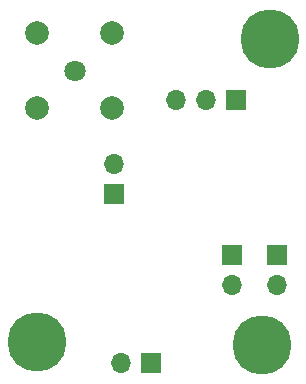
<source format=gbr>
%TF.GenerationSoftware,KiCad,Pcbnew,8.0.1*%
%TF.CreationDate,2024-04-15T14:24:42+02:00*%
%TF.ProjectId,Transmitter prototype,5472616e-736d-4697-9474-65722070726f,rev?*%
%TF.SameCoordinates,Original*%
%TF.FileFunction,Soldermask,Bot*%
%TF.FilePolarity,Negative*%
%FSLAX46Y46*%
G04 Gerber Fmt 4.6, Leading zero omitted, Abs format (unit mm)*
G04 Created by KiCad (PCBNEW 8.0.1) date 2024-04-15 14:24:42*
%MOMM*%
%LPD*%
G01*
G04 APERTURE LIST*
%ADD10C,5.000000*%
%ADD11R,1.700000X1.700000*%
%ADD12O,1.700000X1.700000*%
%ADD13C,1.803400*%
%ADD14C,2.006600*%
G04 APERTURE END LIST*
D10*
%TO.C,H3*%
X179019200Y-99568000D03*
%TD*%
D11*
%TO.C,J3*%
X176834800Y-78790800D03*
D12*
X174294800Y-78790800D03*
X171754800Y-78790800D03*
%TD*%
D11*
%TO.C,J5*%
X176530000Y-91948000D03*
D12*
X176530000Y-94488000D03*
%TD*%
D11*
%TO.C,J2*%
X169621200Y-101092000D03*
D12*
X167081200Y-101092000D03*
%TD*%
D13*
%TO.C,J1*%
X163169600Y-76301600D03*
D14*
X159994600Y-73126600D03*
X166344600Y-73126600D03*
X159994600Y-79476600D03*
X166344600Y-79476600D03*
%TD*%
D11*
%TO.C,J6*%
X166471600Y-86715600D03*
D12*
X166471600Y-84175600D03*
%TD*%
D11*
%TO.C,J4*%
X180289200Y-91948000D03*
D12*
X180289200Y-94488000D03*
%TD*%
D10*
%TO.C,H2*%
X159969200Y-99263200D03*
%TD*%
%TO.C,H1*%
X179679600Y-73609200D03*
%TD*%
M02*

</source>
